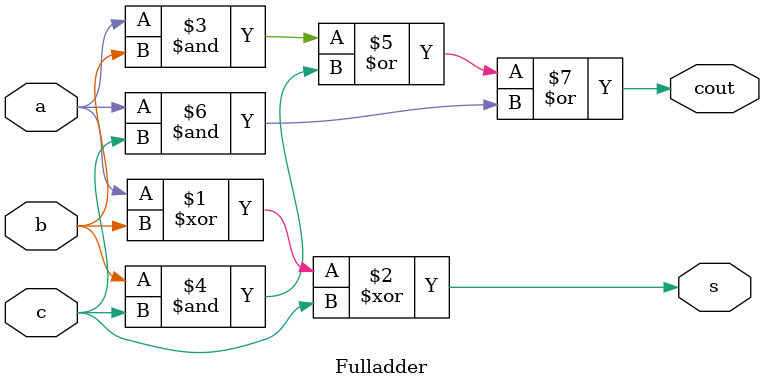
<source format=v>
module Fulladder(input a,b,c,output s,cout);
  assign s=a^b^c;
  assign cout=(a&b)|(b&c)|(a&c);
endmodule

</source>
